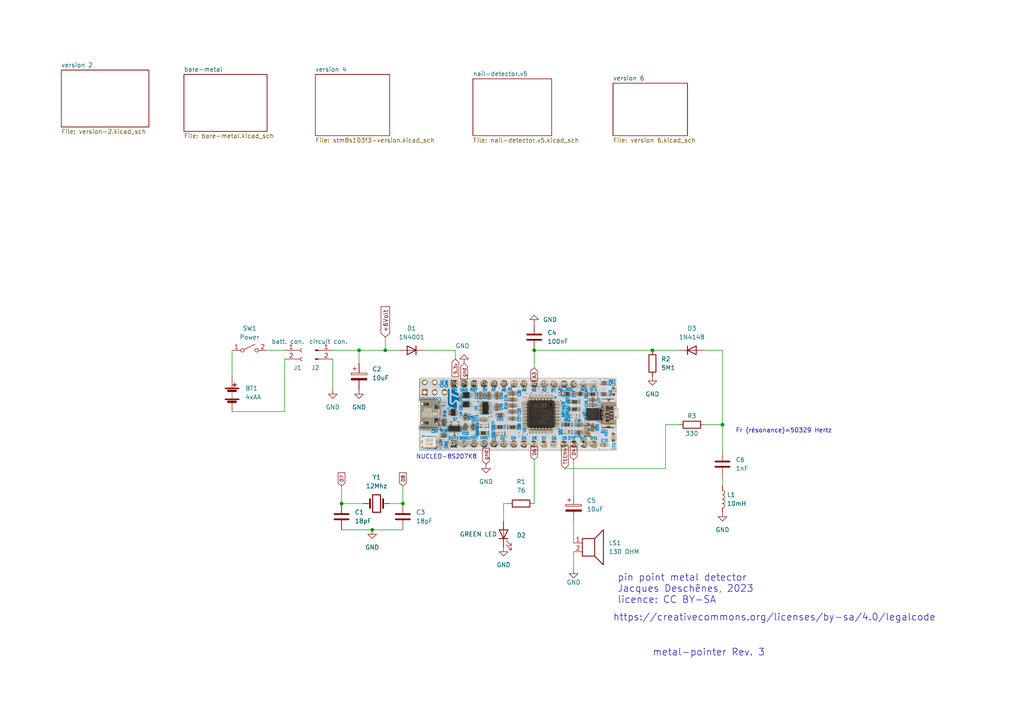
<source format=kicad_sch>
(kicad_sch (version 20211123) (generator eeschema)
  (paper "A4")
  (lib_symbols
    (symbol "Connector:Conn_01x02_Female" (pin_names (offset 1.016) hide)
      (property "Reference" "J" (at 0 2.54 0))
      (property "Value" "Conn_01x02_Female" (at 0 -5.08 0))
      (symbol "Conn_01x02_Female_1_1"
        (arc (start 0 -2.032) (mid -0.508 -2.54) (end 0 -3.048) (stroke (width 0.1524)))
        (polyline (pts (xy -1.27 -2.54) (xy -0.508 -2.54)) (stroke (width 0.1524)))
        (polyline (pts (xy -1.27 0) (xy -0.508 0)) (stroke (width 0.1524)))
        (arc (start 0 0.508) (mid -0.508 0) (end 0 -0.508) (stroke (width 0.1524)))
        (pin passive line (at -5.08 0 0) (length 3.81) (name "Pin_1") (number "1"))
        (pin passive line (at -5.08 -2.54 0) (length 3.81) (name "Pin_2") (number "2"))
      )
    )
    (symbol "Connector:Conn_01x02_Male" (pin_names (offset 1.016) hide)
      (property "Reference" "J" (at 0 2.54 0))
      (property "Value" "Conn_01x02_Male" (at 0 -5.08 0))
      (symbol "Conn_01x02_Male_1_1"
        (polyline (pts (xy 1.27 -2.54) (xy 0.8636 -2.54)) (stroke (width 0.1524)))
        (polyline (pts (xy 1.27 0) (xy 0.8636 0)) (stroke (width 0.1524)))
        (rectangle (start 0.8636 -2.413) (end 0 -2.667) (stroke (width 0.1524)) (fill (type outline)))
        (rectangle (start 0.8636 0.127) (end 0 -0.127) (stroke (width 0.1524)) (fill (type outline)))
        (pin passive line (at 5.08 0 180) (length 3.81) (name "Pin_1") (number "1"))
        (pin passive line (at 5.08 -2.54 180) (length 3.81) (name "Pin_2") (number "2"))
      )
    )
    (symbol "Device:Battery" (pin_numbers hide) (pin_names (offset 0) hide)
      (property "Reference" "BT" (at 2.54 2.54 0))
      (property "Value" "Battery" (at 2.54 0 0))
      (symbol "Battery_0_1"
        (rectangle (start -2.032 -1.397) (end 2.032 -1.651) (fill (type outline)))
        (rectangle (start -2.032 1.778) (end 2.032 1.524) (fill (type outline)))
        (rectangle (start -1.3208 -1.9812) (end 1.27 -2.4892) (fill (type outline)))
        (rectangle (start -1.3208 1.1938) (end 1.27 0.6858) (fill (type outline)))
        (polyline (pts (xy 0 -1.524) (xy 0 -1.27)))
        (polyline (pts (xy 0 -1.016) (xy 0 -0.762)))
        (polyline (pts (xy 0 -0.508) (xy 0 -0.254)))
        (polyline (pts (xy 0 0) (xy 0 0.254)))
        (polyline (pts (xy 0 0.508) (xy 0 0.762)))
        (polyline (pts (xy 0 1.778) (xy 0 2.54)))
        (polyline (pts (xy 0.254 2.667) (xy 1.27 2.667)) (stroke (width 0.254)))
        (polyline (pts (xy 0.762 3.175) (xy 0.762 2.159)) (stroke (width 0.254)))
      )
      (symbol "Battery_1_1"
        (pin passive line (at 0 5.08 270) (length 2.54) (name "+") (number "1"))
        (pin passive line (at 0 -5.08 90) (length 2.54) (name "-") (number "2"))
      )
    )
    (symbol "Device:C" (pin_numbers hide) (pin_names (offset 0.254))
      (property "Reference" "C" (at 0.635 2.54 0))
      (property "Value" "C" (at 0.635 -2.54 0))
      (symbol "C_0_1"
        (polyline (pts (xy -2.032 -0.762) (xy 2.032 -0.762)) (stroke (width 0.508)))
        (polyline (pts (xy -2.032 0.762) (xy 2.032 0.762)) (stroke (width 0.508)))
      )
      (symbol "C_1_1"
        (pin passive line (at 0 3.81 270) (length 2.794) (name "~") (number "1"))
        (pin passive line (at 0 -3.81 90) (length 2.794) (name "~") (number "2"))
      )
    )
    (symbol "Device:C_Polarized" (pin_numbers hide) (pin_names (offset 0.254))
      (property "Reference" "C" (at 0.635 2.54 0))
      (property "Value" "C_Polarized" (at 0.635 -2.54 0))
      (symbol "C_Polarized_0_1"
        (rectangle (start -2.286 0.508) (end 2.286 1.016))
        (polyline (pts (xy -1.778 2.286) (xy -0.762 2.286)))
        (polyline (pts (xy -1.27 2.794) (xy -1.27 1.778)))
        (rectangle (start 2.286 -0.508) (end -2.286 -1.016) (fill (type outline)))
      )
      (symbol "C_Polarized_1_1"
        (pin passive line (at 0 3.81 270) (length 2.794) (name "~") (number "1"))
        (pin passive line (at 0 -3.81 90) (length 2.794) (name "~") (number "2"))
      )
    )
    (symbol "Device:Crystal" (pin_numbers hide) (pin_names (offset 1.016) hide)
      (property "Reference" "Y" (at 0 3.81 0))
      (property "Value" "Crystal" (at 0 -3.81 0))
      (symbol "Crystal_0_1"
        (rectangle (start -1.143 2.54) (end 1.143 -2.54) (stroke (width 0.3048)))
        (polyline (pts (xy -2.54 0) (xy -1.905 0)))
        (polyline (pts (xy -1.905 -1.27) (xy -1.905 1.27)) (stroke (width 0.508)))
        (polyline (pts (xy 1.905 -1.27) (xy 1.905 1.27)) (stroke (width 0.508)))
        (polyline (pts (xy 2.54 0) (xy 1.905 0)))
      )
      (symbol "Crystal_1_1"
        (pin passive line (at -3.81 0 0) (length 1.27) (name "1") (number "1"))
        (pin passive line (at 3.81 0 180) (length 1.27) (name "2") (number "2"))
      )
    )
    (symbol "Device:L" (pin_numbers hide) (pin_names (offset 1.016) hide)
      (property "Reference" "L" (at -1.27 0 90))
      (property "Value" "L" (at 1.905 0 90))
      (symbol "L_0_1"
        (arc (start 0 -2.54) (mid 0.635 -1.905) (end 0 -1.27))
        (arc (start 0 -1.27) (mid 0.635 -0.635) (end 0 0))
        (arc (start 0 0) (mid 0.635 0.635) (end 0 1.27))
        (arc (start 0 1.27) (mid 0.635 1.905) (end 0 2.54))
      )
      (symbol "L_1_1"
        (pin passive line (at 0 3.81 270) (length 1.27) (name "1") (number "1"))
        (pin passive line (at 0 -3.81 90) (length 1.27) (name "2") (number "2"))
      )
    )
    (symbol "Device:LED" (pin_numbers hide) (pin_names (offset 1.016) hide)
      (property "Reference" "D" (at 0 2.54 0))
      (property "Value" "LED" (at 0 -2.54 0))
      (symbol "LED_0_1"
        (polyline (pts (xy -1.27 -1.27) (xy -1.27 1.27)) (stroke (width 0.254)))
        (polyline (pts (xy -1.27 0) (xy 1.27 0)))
        (polyline (pts (xy 1.27 -1.27) (xy 1.27 1.27) (xy -1.27 0) (xy 1.27 -1.27)) (stroke (width 0.254)))
        (polyline (pts (xy -3.048 -0.762) (xy -4.572 -2.286) (xy -3.81 -2.286) (xy -4.572 -2.286) (xy -4.572 -1.524)))
        (polyline (pts (xy -1.778 -0.762) (xy -3.302 -2.286) (xy -2.54 -2.286) (xy -3.302 -2.286) (xy -3.302 -1.524)))
      )
      (symbol "LED_1_1"
        (pin passive line (at -3.81 0 0) (length 2.54) (name "K") (number "1"))
        (pin passive line (at 3.81 0 180) (length 2.54) (name "A") (number "2"))
      )
    )
    (symbol "Device:R" (pin_numbers hide) (pin_names (offset 0))
      (property "Reference" "R" (at 2.032 0 90))
      (property "Value" "R" (at 0 0 90))
      (symbol "R_0_1"
        (rectangle (start -1.016 -2.54) (end 1.016 2.54) (stroke (width 0.254)))
      )
      (symbol "R_1_1"
        (pin passive line (at 0 3.81 270) (length 1.27) (name "~") (number "1"))
        (pin passive line (at 0 -3.81 90) (length 1.27) (name "~") (number "2"))
      )
    )
    (symbol "Device:Speaker" (pin_names (offset 0) hide)
      (property "Reference" "LS" (at 1.27 5.715 0))
      (property "Value" "Speaker" (at 1.27 3.81 0))
      (symbol "Speaker_0_0"
        (rectangle (start -2.54 1.27) (end 1.016 -3.81) (stroke (width 0.254)))
        (polyline (pts (xy 1.016 1.27) (xy 3.556 3.81) (xy 3.556 -6.35) (xy 1.016 -3.81)) (stroke (width 0.254)))
      )
      (symbol "Speaker_1_1"
        (pin input line (at -5.08 0 0) (length 2.54) (name "1") (number "1"))
        (pin input line (at -5.08 -2.54 0) (length 2.54) (name "2") (number "2"))
      )
    )
    (symbol "Diode:1N4001" (pin_numbers hide) (pin_names (offset 1.016) hide)
      (property "Reference" "D" (at 0 2.54 0))
      (property "Value" "1N4001" (at 0 -2.54 0))
      (symbol "1N4001_0_1"
        (polyline (pts (xy -1.27 1.27) (xy -1.27 -1.27)) (stroke (width 0.254)))
        (polyline (pts (xy 1.27 0) (xy -1.27 0)))
        (polyline (pts (xy 1.27 1.27) (xy 1.27 -1.27) (xy -1.27 0) (xy 1.27 1.27)) (stroke (width 0.254)))
      )
      (symbol "1N4001_1_1"
        (pin passive line (at -3.81 0 0) (length 2.54) (name "K") (number "1"))
        (pin passive line (at 3.81 0 180) (length 2.54) (name "A") (number "2"))
      )
    )
    (symbol "Diode:1N4148" (pin_numbers hide) (pin_names (offset 1.016) hide)
      (property "Reference" "D" (at 0 2.54 0))
      (property "Value" "1N4148" (at 0 -2.54 0))
      (symbol "1N4148_0_1"
        (polyline (pts (xy -1.27 1.27) (xy -1.27 -1.27)) (stroke (width 0.254)))
        (polyline (pts (xy 1.27 0) (xy -1.27 0)))
        (polyline (pts (xy 1.27 1.27) (xy 1.27 -1.27) (xy -1.27 0) (xy 1.27 1.27)) (stroke (width 0.254)))
      )
      (symbol "1N4148_1_1"
        (pin passive line (at -3.81 0 0) (length 2.54) (name "K") (number "1"))
        (pin passive line (at 3.81 0 180) (length 2.54) (name "A") (number "2"))
      )
    )
    (symbol "Switch:SW_SPST" (pin_names (offset 0) hide)
      (property "Reference" "SW" (at 0 3.175 0))
      (property "Value" "SW_SPST" (at 0 -2.54 0))
      (symbol "SW_SPST_0_0"
        (circle (center -2.032 0) (radius 0.508))
        (polyline (pts (xy -1.524 0.254) (xy 1.524 1.778)))
        (circle (center 2.032 0) (radius 0.508))
      )
      (symbol "SW_SPST_1_1"
        (pin passive line (at -5.08 0 0) (length 2.54) (name "A") (number "1"))
        (pin passive line (at 5.08 0 180) (length 2.54) (name "B") (number "2"))
      )
    )
    (symbol "power:GND" (power) (pin_names (offset 0))
      (property "Value" "GND" (at 0 -3.81 0))
      (symbol "GND_0_1"
        (polyline (pts (xy 0 0) (xy 0 -1.27) (xy 1.27 -1.27) (xy 0 -2.54) (xy -1.27 -1.27) (xy 0 -1.27)))
      )
      (symbol "GND_1_1"
        (pin power_in line (at 0 0 270) (length 0) hide (name "GND") (number "1"))
      )
    )
  )
  (junction (at 111.76 101.6))
  (junction (at 104.14 101.6))
  (junction (at 154.94 101.6))
  (junction (at 99.06 146.05))
  (junction (at 116.84 146.05))
  (junction (at 209.55 123.19))
  (junction (at 107.95 153.67))
  (junction (at 189.23 101.6))
  (wire (pts (xy 96.52 104.14) (xy 96.52 113.03)))
  (wire (pts (xy 104.14 101.6) (xy 104.14 105.41)))
  (wire (pts (xy 154.94 101.6) (xy 189.23 101.6)))
  (wire (pts (xy 67.31 119.38) (xy 82.55 119.38)))
  (wire (pts (xy 99.06 140.97) (xy 99.06 146.05)))
  (wire (pts (xy 209.55 101.6) (xy 209.55 123.19)))
  (wire (pts (xy 146.05 146.05) (xy 146.05 151.13)))
  (wire (pts (xy 204.47 123.19) (xy 209.55 123.19)))
  (wire (pts (xy 166.37 133.35) (xy 166.37 143.51)))
  (wire (pts (xy 132.08 101.6) (xy 132.08 104.14)))
  (wire (pts (xy 77.47 101.6) (xy 82.55 101.6)))
  (wire (pts (xy 193.04 135.89) (xy 193.04 123.19)))
  (wire (pts (xy 209.55 101.6) (xy 204.47 101.6)))
  (wire (pts (xy 104.14 101.6) (xy 111.76 101.6)))
  (wire (pts (xy 209.55 138.43) (xy 209.55 140.97)))
  (wire (pts (xy 99.06 153.67) (xy 107.95 153.67)))
  (wire (pts (xy 189.23 101.6) (xy 196.85 101.6)))
  (wire (pts (xy 147.32 146.05) (xy 146.05 146.05)))
  (wire (pts (xy 67.31 101.6) (xy 67.31 109.22)))
  (wire (pts (xy 166.37 160.02) (xy 166.37 165.1)))
  (wire (pts (xy 99.06 146.05) (xy 105.41 146.05)))
  (wire (pts (xy 111.76 101.6) (xy 111.76 97.79)))
  (wire (pts (xy 209.55 123.19) (xy 209.55 130.81)))
  (wire (pts (xy 166.37 151.13) (xy 166.37 157.48)))
  (wire (pts (xy 111.76 101.6) (xy 115.57 101.6)))
  (wire (pts (xy 107.95 153.67) (xy 116.84 153.67)))
  (wire (pts (xy 116.84 140.97) (xy 116.84 146.05)))
  (wire (pts (xy 193.04 123.19) (xy 196.85 123.19)))
  (wire (pts (xy 96.52 101.6) (xy 104.14 101.6)))
  (wire (pts (xy 163.83 135.89) (xy 193.04 135.89)))
  (wire (pts (xy 154.94 101.6) (xy 154.94 106.68)))
  (wire (pts (xy 82.55 119.38) (xy 82.55 104.14)))
  (wire (pts (xy 113.03 146.05) (xy 116.84 146.05)))
  (wire (pts (xy 123.19 101.6) (xy 132.08 101.6)))
  (wire (pts (xy 154.94 133.35) (xy 154.94 146.05)))
  (image (at 151.13 119.38))
  (text "Fr (résonance)=50329 Hertz\n" (at 213.36 125.73 0) (effects (font (size 1.27 1.27)) (justify left bottom)))
  (text "https://creativecommons.org/licenses/by-sa/4.0/legalcode" (at 177.8 180.34 0) (effects (font (size 2 2)) (justify left bottom)))
  (text "NUCLEO-8S207K8" (at 120.65 133.35 0) (effects (font (size 1.27 1.27)) (justify left bottom)))
  (text "metal-pointer Rev. 3\n" (at 189.23 190.5 0) (effects (font (size 2 2)) (justify left bottom)))
  (text "pin point metal detector\nJacques Deschênes, 2023\nlicence: CC BY-SA\n" (at 179.07 175.26 0) (effects (font (size 2 2)) (justify left bottom)))
  (global_label "D7" (shape input) (at 99.06 140.97 90) (effects (font (size 1 1))) (property "Références Inter-Feuilles" "${INTERSHEET_REFS}" (effects hide)))
  (global_label "D6" (shape input) (at 154.94 133.35 90) (effects (font (size 1 1))) (property "Références Inter-Feuilles" "${INTERSHEET_REFS}" (effects hide)))
  (global_label "D4" (shape input) (at 166.37 133.35 90) (effects (font (size 1 1))) (property "Références Inter-Feuilles" "${INTERSHEET_REFS}" (effects hide)))
  (global_label "A3" (shape input) (at 154.94 106.68 270) (effects (font (size 1 1))) (property "Références Inter-Feuilles" "${INTERSHEET_REFS}" (effects hide)))
  (global_label "+6Volt" (shape input) (at 111.76 97.79 90) (property "Références Inter-Feuilles" "${INTERSHEET_REFS}" (effects hide)))
  (global_label "D8" (shape input) (at 116.84 140.97 90) (effects (font (size 1 1))) (property "Références Inter-Feuilles" "${INTERSHEET_REFS}" (effects hide)))
  (global_label "T1CH4" (shape input) (at 163.83 135.89 90) (effects (font (size 1 1))) (property "Références Inter-Feuilles" "${INTERSHEET_REFS}" (effects hide)))
  (global_label "gnd" (shape input) (at 134.62 105.41 270) (effects (font (size 1 1))) (property "Références Inter-Feuilles" "${INTERSHEET_REFS}" (effects hide)))
  (global_label "gnd" (shape input) (at 140.97 134.62 90) (effects (font (size 1 1))) (property "Références Inter-Feuilles" "${INTERSHEET_REFS}" (effects hide)))
  (global_label "5.3v" (shape input) (at 132.08 104.14 270) (effects (font (size 1 1))) (property "Références Inter-Feuilles" "${INTERSHEET_REFS}" (effects hide)))
  (symbol (lib_id "Connector:Conn_01x02_Female") (at 87.63 101.6 0) (unit 1)
    (property "Reference" "J1" (at 85.09 106.68 0) (effects (justify left)))
    (property "Value" "batt. con." (at 78.74 99.06 0) (effects (justify left)))
  )
  (symbol (lib_id "power:GND") (at 104.14 113.03 0) (unit 1)
    (property "Reference" "#PWR02" (effects hide))
    (property "Value" "GND" (at 104.14 118.11 0))
  )
  (symbol (lib_id "Device:C") (at 116.84 149.86 0) (unit 1)
    (property "Reference" "C3" (at 120.65 148.5899 0) (effects (justify left)))
    (property "Value" "18pF" (at 120.65 151.1299 0) (effects (justify left)))
  )
  (symbol (lib_id "Connector:Conn_01x02_Male") (at 91.44 101.6 0) (unit 1)
    (property "Reference" "J2" (at 91.44 106.68 0))
    (property "Value" "circuit con." (at 95.25 99.06 0))
  )
  (symbol (lib_id "Device:R") (at 151.13 146.05 90) (unit 1)
    (property "Reference" "R1" (at 151.13 139.7 90))
    (property "Value" "76" (at 151.13 142.24 90))
  )
  (symbol (lib_id "power:GND") (at 146.05 158.75 0) (unit 1)
    (property "Reference" "#PWR06" (effects hide))
    (property "Value" "GND" (at 146.05 163.83 0))
  )
  (symbol (lib_id "power:GND") (at 189.23 109.22 0) (unit 1)
    (property "Reference" "#PWR09" (effects hide))
    (property "Value" "GND" (at 189.23 114.3 0))
  )
  (symbol (lib_id "Device:L") (at 209.55 144.78 0) (unit 1)
    (property "Reference" "L1" (at 210.82 143.5099 0) (effects (justify left)))
    (property "Value" "10mH" (at 210.82 146.0499 0) (effects (justify left)))
  )
  (symbol (lib_id "power:GND") (at 107.95 153.67 0) (unit 1)
    (property "Reference" "#PWR03" (effects hide))
    (property "Value" "GND" (at 107.95 158.75 0))
  )
  (symbol (lib_id "Diode:1N4148") (at 200.66 101.6 0) (unit 1)
    (property "Reference" "D3" (at 200.66 95.25 0))
    (property "Value" "1N4148" (at 200.66 97.79 0))
    (property "Footprint" "Diode_THT:D_DO-35_SOD27_P7.62mm_Horizontal" (effects hide))
    (property "Datasheet" "https://assets.nexperia.com/documents/data-sheet/1N4148_1N4448.pdf" (effects hide))
  )
  (symbol (lib_id "Device:C") (at 154.94 97.79 0) (unit 1)
    (property "Reference" "C4" (at 158.75 96.5199 0) (effects (justify left)))
    (property "Value" "100nF" (at 158.75 99.0599 0) (effects (justify left)))
  )
  (symbol (lib_id "Device:C") (at 99.06 149.86 0) (unit 1)
    (property "Reference" "C1" (at 102.87 148.5899 0) (effects (justify left)))
    (property "Value" "18pF" (at 102.87 151.1299 0) (effects (justify left)))
  )
  (symbol (lib_id "Device:R") (at 189.23 105.41 0) (unit 1)
    (property "Reference" "R2" (at 191.77 104.1399 0) (effects (justify left)))
    (property "Value" "5M1" (at 191.77 106.6799 0) (effects (justify left)))
  )
  (symbol (lib_id "power:GND") (at 140.97 134.62 0) (unit 1)
    (property "Reference" "#PWR05" (effects hide))
    (property "Value" "GND" (at 140.97 139.7 0))
  )
  (symbol (lib_id "Device:Speaker") (at 171.45 157.48 0) (unit 1)
    (property "Reference" "LS1" (at 176.53 157.4799 0) (effects (justify left)))
    (property "Value" "130 OHM" (at 176.53 160.0199 0) (effects (justify left)))
  )
  (symbol (lib_id "power:GND") (at 166.37 165.1 0) (unit 1)
    (property "Reference" "#PWR08" (effects hide))
    (property "Value" "GND" (at 166.37 168.91 0))
  )
  (symbol (lib_id "Diode:1N4001") (at 119.38 101.6 180) (unit 1)
    (property "Reference" "D1" (at 119.38 95.25 0))
    (property "Value" "1N4001" (at 119.38 97.79 0))
    (property "Footprint" "Diode_THT:D_DO-41_SOD81_P10.16mm_Horizontal" (effects hide))
    (property "Datasheet" "http://www.vishay.com/docs/88503/1n4001.pdf" (effects hide))
  )
  (symbol (lib_id "Device:Battery") (at 67.31 114.3 0) (unit 1)
    (property "Reference" "BT1" (at 71.12 112.6489 0) (effects (justify left)))
    (property "Value" "4xAA" (at 71.12 115.1889 0) (effects (justify left)))
  )
  (symbol (lib_id "power:GND") (at 134.62 105.41 180) (unit 1)
    (property "Reference" "#PWR04" (effects hide))
    (property "Value" "GND" (at 132.08 100.33 0) (effects (justify right)))
  )
  (symbol (lib_id "Device:R") (at 200.66 123.19 90) (unit 1)
    (property "Reference" "R3" (at 200.66 120.65 90))
    (property "Value" "330" (at 200.66 125.73 90))
  )
  (symbol (lib_id "Device:Crystal") (at 109.22 146.05 0) (unit 1)
    (property "Reference" "Y1" (at 109.22 138.43 0))
    (property "Value" "12Mhz" (at 109.22 140.97 0))
  )
  (symbol (lib_id "power:GND") (at 96.52 113.03 0) (unit 1)
    (property "Reference" "#PWR01" (effects hide))
    (property "Value" "GND" (at 96.52 118.11 0))
  )
  (symbol (lib_id "Device:LED") (at 146.05 154.94 90) (unit 1)
    (property "Reference" "D2" (at 149.86 155.2574 90) (effects (justify right)))
    (property "Value" "GREEN LED" (at 133.35 154.94 90) (effects (justify right)))
  )
  (symbol (lib_id "Device:C") (at 209.55 134.62 0) (unit 1)
    (property "Reference" "C6" (at 213.36 133.3499 0) (effects (justify left)))
    (property "Value" "1nF" (at 213.36 135.8899 0) (effects (justify left)))
  )
  (symbol (lib_id "power:GND") (at 209.55 148.59 0) (unit 1)
    (property "Reference" "#PWR010" (effects hide))
    (property "Value" "GND" (at 209.55 153.67 0))
  )
  (symbol (lib_id "power:GND") (at 154.94 93.98 180) (unit 1)
    (property "Reference" "#PWR07" (effects hide))
    (property "Value" "GND" (at 157.48 92.7099 0) (effects (justify right)))
  )
  (symbol (lib_id "Device:C_Polarized") (at 166.37 147.32 0) (unit 1)
    (property "Reference" "C5" (at 170.18 145.1609 0) (effects (justify left)))
    (property "Value" "10uF" (at 170.18 147.7009 0) (effects (justify left)))
  )
  (symbol (lib_id "Switch:SW_SPST") (at 72.39 101.6 0) (unit 1)
    (property "Reference" "SW1" (at 72.39 95.25 0))
    (property "Value" "Power" (at 72.39 97.79 0))
  )
  (symbol (lib_id "Device:C_Polarized") (at 104.14 109.22 0) (unit 1)
    (property "Reference" "C2" (at 107.95 107.0609 0) (effects (justify left)))
    (property "Value" "10uF" (at 107.95 109.6009 0) (effects (justify left)))
  )
  (sheet (at 53.34 21.59) (size 24.13 16.51) (stroke (width 0.1524))
    (property "Sheet name" "bare-metal" (at 53.34 20.8784 0) (effects (justify left bottom)))
    (property "Sheet file" "bare-metal.kicad_sch" (at 53.34 38.6846 0) (effects (justify left top)))
  )
  (sheet (at 177.8 24.13) (size 21.59 15.24) (stroke (width 0.1524))
    (property "Sheet name" "version 6" (at 177.8 23.4184 0) (effects (justify left bottom)))
    (property "Sheet file" "version 6.kicad_sch" (at 177.8 39.9546 0) (effects (justify left top)))
  )
  (sheet (at 17.78 20.32) (size 25.4 16.51) (stroke (width 0.1524))
    (property "Sheet name" "version 2" (at 17.78 19.6084 0) (effects (justify left bottom)))
    (property "Sheet file" "version-2.kicad_sch" (at 17.78 37.4146 0) (effects (justify left top)))
  )
  (sheet (at 91.44 21.59) (size 21.59 17.78) (stroke (width 0.1524))
    (property "Sheet name" "version 4" (at 91.44 20.8784 0) (effects (justify left bottom)))
    (property "Sheet file" "stm8s103f3-version.kicad_sch" (at 91.44 39.9546 0) (effects (justify left top)))
  )
  (sheet (at 137.16 22.86) (size 22.86 16.51) (stroke (width 0.1524))
    (property "Sheet name" "nail-detector.v5" (at 137.16 22.1484 0) (effects (justify left bottom)))
    (property "Sheet file" "nail-detector.v5.kicad_sch" (at 137.16 39.9546 0) (effects (justify left top)))
  )
)
</source>
